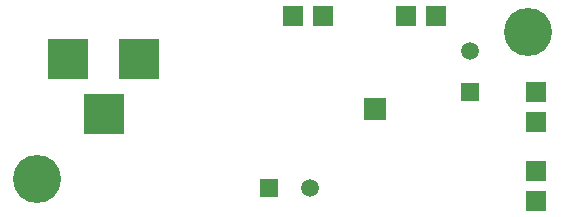
<source format=gbs>
G04 (created by PCBNEW (2013-07-07 BZR 4022)-stable) date 8/25/2014 9:50:12 PM*
%MOIN*%
G04 Gerber Fmt 3.4, Leading zero omitted, Abs format*
%FSLAX34Y34*%
G01*
G70*
G90*
G04 APERTURE LIST*
%ADD10C,0.00590551*%
%ADD11C,0.0590551*%
%ADD12R,0.0590551X0.0590551*%
%ADD13C,0.16*%
%ADD14R,0.1378X0.1378*%
%ADD15R,0.0708661X0.0708661*%
%ADD16R,0.0748031X0.0748031*%
G04 APERTURE END LIST*
G54D10*
G54D11*
X91535Y-25236D03*
G54D12*
X91535Y-26614D03*
G54D13*
X93464Y-24606D03*
X77125Y-29527D03*
G54D14*
X80511Y-25511D03*
X78149Y-25511D03*
X79330Y-27361D03*
G54D15*
X93740Y-26614D03*
X93740Y-27614D03*
X93740Y-29251D03*
X93740Y-30251D03*
X85643Y-24067D03*
X86643Y-24067D03*
X89413Y-24067D03*
X90413Y-24067D03*
G54D16*
X88385Y-27165D03*
G54D11*
X86220Y-29803D03*
G54D12*
X84842Y-29803D03*
M02*

</source>
